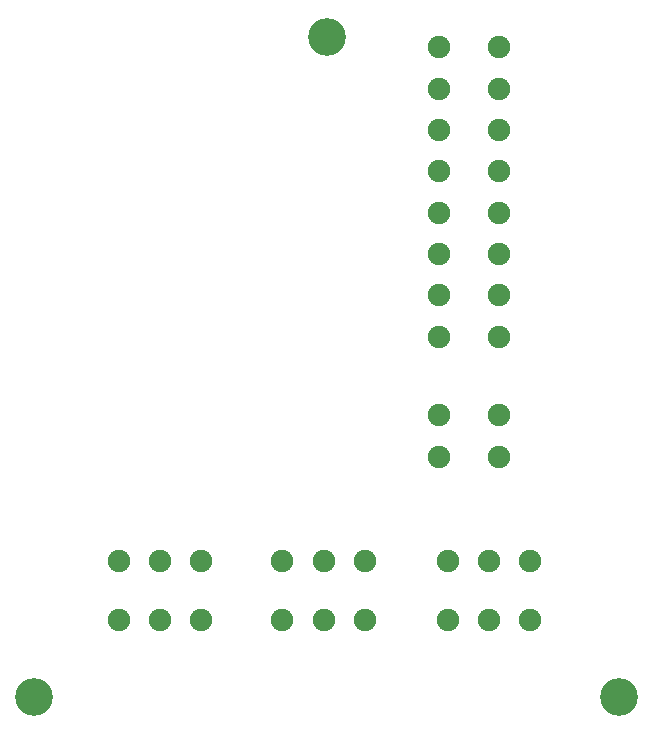
<source format=gbs>
G04 #@! TF.GenerationSoftware,KiCad,Pcbnew,9.0.0*
G04 #@! TF.CreationDate,2025-02-28T23:18:11-08:00*
G04 #@! TF.ProjectId,Constellation STAR LAF V1.1,436f6e73-7465-46c6-9c61-74696f6e2053,rev?*
G04 #@! TF.SameCoordinates,Original*
G04 #@! TF.FileFunction,Soldermask,Bot*
G04 #@! TF.FilePolarity,Negative*
%FSLAX46Y46*%
G04 Gerber Fmt 4.6, Leading zero omitted, Abs format (unit mm)*
G04 Created by KiCad (PCBNEW 9.0.0) date 2025-02-28 23:18:11*
%MOMM*%
%LPD*%
G01*
G04 APERTURE LIST*
%ADD10C,3.200000*%
%ADD11C,1.900000*%
G04 APERTURE END LIST*
D10*
X78740000Y-85090000D03*
D11*
X63500000Y-64770000D03*
X68500000Y-64770000D03*
X63500000Y-61270000D03*
X68500000Y-61270000D03*
X64195000Y-73580000D03*
X64195000Y-78580000D03*
X67695000Y-73580000D03*
X67695000Y-78580000D03*
X71195001Y-73580000D03*
X71195001Y-78580000D03*
D10*
X29210000Y-85090000D03*
D11*
X36350000Y-73580000D03*
X36350000Y-78580000D03*
X39850000Y-73580000D03*
X39850000Y-78580000D03*
X43350001Y-73580000D03*
X43350001Y-78580000D03*
X63500000Y-54610000D03*
X68500000Y-54610000D03*
X63500000Y-51110000D03*
X68499999Y-51109999D03*
X63500000Y-47609998D03*
X68500000Y-47609998D03*
X63500000Y-44109997D03*
X68500000Y-44109997D03*
X63500000Y-40609997D03*
X68500000Y-40609997D03*
X63500000Y-37109997D03*
X68500000Y-37109997D03*
X63500000Y-33609996D03*
X68500000Y-33609996D03*
X63500000Y-30109995D03*
X68500000Y-30109995D03*
X50190000Y-73580000D03*
X50190000Y-78580000D03*
X53690000Y-73580000D03*
X53690000Y-78580000D03*
X57190001Y-73580000D03*
X57190001Y-78580000D03*
D10*
X53975000Y-29210000D03*
M02*

</source>
